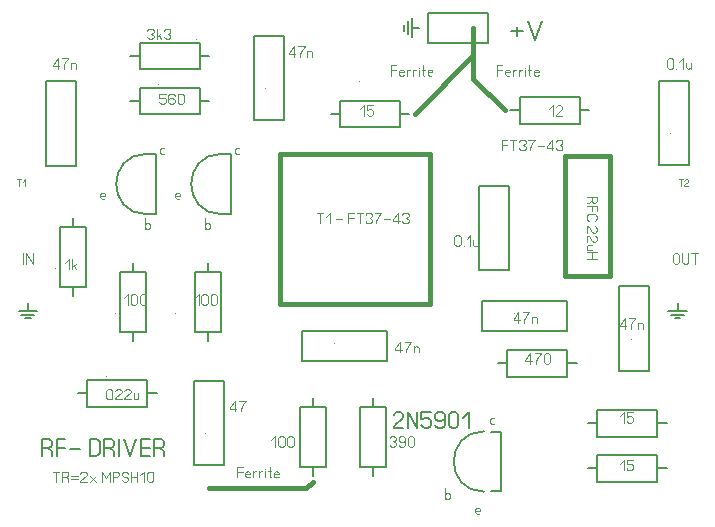
<source format=gbr>
%FSLAX34Y34*%
%MOMM*%
%LNSILK_TOP*%
G71*
G01*
%ADD10C,0.400*%
%ADD11C,0.150*%
%ADD12C,0.111*%
%ADD13C,0.200*%
%ADD14C,0.178*%
%ADD15C,0.167*%
%ADD16C,0.067*%
%LPD*%
G54D10*
X12700Y127000D02*
X139700Y127000D01*
X139700Y0D01*
X12700Y0D01*
X12700Y127000D01*
G54D11*
X-100900Y126800D02*
X-92900Y126800D01*
X-92900Y76075D01*
X-100900Y76075D01*
G54D11*
G75*
G01X-100861Y126931D02*
G03X-100861Y75931I0J-25500D01*
G01*
G54D11*
X-37400Y126800D02*
X-29400Y126800D01*
X-29400Y76075D01*
X-37400Y76075D01*
G54D11*
G75*
G01X-37361Y126931D02*
G03X-37361Y75931I0J-25500D01*
G01*
G54D12*
X-101600Y63500D02*
X-101600Y72389D01*
G54D12*
X-101600Y67056D02*
X-100933Y68167D01*
X-99600Y68500D01*
X-98267Y68167D01*
X-97600Y67056D01*
X-97600Y64833D01*
X-98267Y63722D01*
X-99600Y63500D01*
X-100933Y63722D01*
X-101600Y64833D01*
G54D11*
X-101225Y-23829D02*
X-123400Y-23829D01*
X-123400Y26871D01*
X-101225Y26871D01*
X-101225Y-23829D01*
G54D11*
X-112312Y-24029D02*
X-112312Y-31929D01*
G54D11*
X-112312Y26971D02*
X-112313Y34871D01*
G54D11*
X-37725Y-23829D02*
X-59900Y-23829D01*
X-59900Y26871D01*
X-37725Y26871D01*
X-37725Y-23829D01*
G54D11*
X-48812Y-24029D02*
X-48812Y-31929D01*
G54D11*
X-48812Y26971D02*
X-48813Y34871D01*
G54D12*
X-127000Y-8000D02*
X-127000Y-8000D01*
G54D12*
X-76200Y-8000D02*
X-76200Y-8000D01*
G54D12*
X46167Y68200D02*
X46167Y77089D01*
G54D12*
X43500Y77089D02*
X48833Y77089D01*
G54D12*
X51277Y73756D02*
X54610Y77089D01*
X54610Y68200D01*
G54D12*
X59631Y72089D02*
X64964Y72089D01*
G54D12*
X69985Y68200D02*
X69985Y77089D01*
X74652Y77089D01*
G54D12*
X69985Y72644D02*
X74652Y72644D01*
G54D12*
X79763Y68200D02*
X79763Y77089D01*
G54D12*
X77096Y77089D02*
X82429Y77089D01*
G54D12*
X84873Y75422D02*
X85540Y76533D01*
X86873Y77089D01*
X88206Y77089D01*
X89540Y76533D01*
X90206Y75422D01*
X90206Y74311D01*
X89540Y73200D01*
X88206Y72644D01*
X89540Y72089D01*
X90206Y70978D01*
X90206Y69867D01*
X89540Y68756D01*
X88206Y68200D01*
X86873Y68200D01*
X85540Y68756D01*
X84873Y69867D01*
G54D12*
X92650Y77089D02*
X97983Y77089D01*
X97317Y75978D01*
X95983Y74311D01*
X94650Y72089D01*
X93983Y70422D01*
X93983Y68200D01*
G54D12*
X100427Y72089D02*
X105760Y72089D01*
G54D12*
X112204Y68200D02*
X112204Y77089D01*
X108204Y71533D01*
X108204Y70422D01*
X113537Y70422D01*
G54D12*
X115981Y75422D02*
X116648Y76533D01*
X117981Y77089D01*
X119314Y77089D01*
X120648Y76533D01*
X121314Y75422D01*
X121314Y74311D01*
X120648Y73200D01*
X119314Y72644D01*
X120648Y72089D01*
X121314Y70978D01*
X121314Y69867D01*
X120648Y68756D01*
X119314Y68200D01*
X117981Y68200D01*
X116648Y68756D01*
X115981Y69867D01*
G54D12*
X-50800Y63500D02*
X-50800Y72389D01*
G54D12*
X-50800Y67056D02*
X-50133Y68167D01*
X-48800Y68500D01*
X-47467Y68167D01*
X-46800Y67056D01*
X-46800Y64833D01*
X-47467Y63722D01*
X-48800Y63500D01*
X-50133Y63722D01*
X-50800Y64833D01*
G54D11*
X191200Y-108150D02*
X199200Y-108150D01*
X199200Y-158875D01*
X191200Y-158875D01*
G54D11*
G75*
G01X184889Y-108019D02*
G03X184889Y-159019I0J-25500D01*
G01*
G54D12*
X-135700Y89456D02*
X-136767Y88900D01*
X-138100Y88900D01*
X-139433Y89456D01*
X-139700Y90567D01*
X-139700Y92456D01*
X-139033Y93567D01*
X-137700Y93900D01*
X-136367Y93567D01*
X-135700Y92789D01*
X-135700Y91678D01*
X-139700Y91678D01*
G54D12*
X-72200Y89456D02*
X-73267Y88900D01*
X-74600Y88900D01*
X-75933Y89456D01*
X-76200Y90567D01*
X-76200Y92456D01*
X-75533Y93567D01*
X-74200Y93900D01*
X-72867Y93567D01*
X-72200Y92789D01*
X-72200Y91678D01*
X-76200Y91678D01*
G54D11*
X-35386Y-65126D02*
X-60786Y-65126D01*
X-60786Y-136726D01*
X-35386Y-136726D01*
X-35386Y-65126D01*
G54D12*
X-50800Y-109600D02*
X-50800Y-109600D01*
G54D11*
X-150864Y-87002D02*
X-150864Y-64827D01*
X-100164Y-64827D01*
X-100164Y-87002D01*
X-150864Y-87002D01*
G54D11*
X-151064Y-75914D02*
X-158964Y-75914D01*
G54D11*
X-100064Y-75914D02*
X-92164Y-75914D01*
G54D12*
X-135035Y-61227D02*
X-135035Y-61227D01*
G54D11*
X-152025Y14271D02*
X-174200Y14271D01*
X-174200Y64971D01*
X-152025Y64971D01*
X-152025Y14271D01*
G54D11*
X-163112Y14071D02*
X-163112Y6171D01*
G54D11*
X-163112Y65071D02*
X-163113Y72971D01*
G54D12*
X-177800Y30100D02*
X-177800Y30100D01*
G54D11*
X-106414Y198748D02*
X-106414Y220923D01*
X-55714Y220923D01*
X-55714Y198748D01*
X-106414Y198748D01*
G54D11*
X-106614Y209836D02*
X-114514Y209836D01*
G54D11*
X-55614Y209836D02*
X-47714Y209836D01*
G54D12*
X-58835Y224523D02*
X-58835Y224523D01*
G54D11*
X-106414Y160648D02*
X-106414Y182823D01*
X-55714Y182823D01*
X-55714Y160648D01*
X-106414Y160648D01*
G54D11*
X-106614Y171736D02*
X-114514Y171736D01*
G54D11*
X-55614Y171736D02*
X-47714Y171736D01*
G54D12*
X-90585Y186423D02*
X-90585Y186423D01*
G54D11*
X15414Y226974D02*
X-9986Y226974D01*
X-9986Y155374D01*
X15414Y155374D01*
X15414Y226974D01*
G54D12*
X0Y182500D02*
X0Y182500D01*
G54D11*
X63176Y149808D02*
X63176Y171983D01*
X113876Y171983D01*
X113876Y149808D01*
X63176Y149808D01*
G54D11*
X62976Y160896D02*
X55076Y160896D01*
G54D11*
X113976Y160896D02*
X121876Y160896D01*
G54D12*
X79005Y188283D02*
X79005Y188283D01*
G54D11*
X205914Y99974D02*
X180514Y99974D01*
X180514Y28374D01*
X205914Y28374D01*
X205914Y99974D01*
G54D11*
X102787Y-48260D02*
X102787Y-22859D01*
X31186Y-22860D01*
X31187Y-48260D01*
X102787Y-48260D01*
G54D12*
X58313Y-32846D02*
X58313Y-32846D01*
G54D11*
X280936Y-112402D02*
X280936Y-90226D01*
X331636Y-90226D01*
X331636Y-112402D01*
X280936Y-112402D01*
G54D11*
X280736Y-101314D02*
X272836Y-101314D01*
G54D11*
X331736Y-101314D02*
X339636Y-101314D01*
G54D11*
X101975Y-138129D02*
X79800Y-138129D01*
X79800Y-87429D01*
X101975Y-87429D01*
X101975Y-138129D01*
G54D11*
X90888Y-138329D02*
X90888Y-146229D01*
G54D11*
X90888Y-87329D02*
X90887Y-79429D01*
G54D11*
X51175Y-138129D02*
X29000Y-138129D01*
X29000Y-87429D01*
X51175Y-87429D01*
X51175Y-138129D01*
G54D11*
X40088Y-138329D02*
X40088Y-146229D01*
G54D11*
X40088Y-87329D02*
X40087Y-79429D01*
G54D11*
X204736Y-61602D02*
X204736Y-39427D01*
X255436Y-39426D01*
X255436Y-61602D01*
X204736Y-61602D01*
G54D11*
X204536Y-50514D02*
X196636Y-50514D01*
G54D11*
X255536Y-50514D02*
X263436Y-50514D01*
G54D11*
X280936Y-150502D02*
X280936Y-128326D01*
X331636Y-128326D01*
X331636Y-150502D01*
X280936Y-150502D01*
G54D11*
X280736Y-139414D02*
X272836Y-139414D01*
G54D11*
X331736Y-139414D02*
X339636Y-139414D01*
G54D11*
X255186Y-22860D02*
X255187Y2541D01*
X183586Y2540D01*
X183587Y-22860D01*
X255186Y-22860D01*
G54D12*
X210713Y-7446D02*
X210713Y-7446D01*
G54D11*
X358314Y188874D02*
X332914Y188874D01*
X332914Y117274D01*
X358314Y117274D01*
X358314Y188874D01*
G54D12*
X342900Y144400D02*
X342900Y144400D01*
G54D10*
X254000Y125350D02*
X292100Y125350D01*
X292100Y23750D01*
X254000Y23750D01*
X254000Y125350D01*
G54D11*
X215268Y152637D02*
X215268Y174812D01*
X265968Y174812D01*
X265968Y152637D01*
X215268Y152637D01*
G54D11*
X215068Y163724D02*
X207168Y163724D01*
G54D11*
X266068Y163725D02*
X273968Y163725D01*
G54D11*
X-160486Y188374D02*
X-185886Y188374D01*
X-185886Y116774D01*
X-160486Y116774D01*
X-160486Y188374D01*
G54D13*
X208300Y230714D02*
X217900Y230714D01*
G54D13*
X213100Y234714D02*
X213100Y226714D01*
G54D13*
X222300Y239714D02*
X228300Y223714D01*
X234300Y239714D01*
G54D11*
X137704Y220488D02*
X137704Y245888D01*
X188504Y245888D01*
X188504Y220488D01*
X137704Y220488D01*
G54D13*
X130371Y233717D02*
X124020Y233717D01*
G54D13*
X124020Y225780D02*
X124021Y241655D01*
G54D13*
X120846Y239273D02*
X120846Y228161D01*
G54D13*
X117671Y231336D02*
X117671Y236098D01*
G54D14*
X-185001Y-121884D02*
X-181801Y-123662D01*
X-180734Y-125440D01*
X-180734Y-128995D01*
G54D14*
X-189268Y-128995D02*
X-189268Y-114773D01*
X-183934Y-114773D01*
X-181801Y-115662D01*
X-180734Y-117440D01*
X-180734Y-119218D01*
X-181801Y-120995D01*
X-183934Y-121884D01*
X-189268Y-121884D01*
G54D14*
X-176824Y-128995D02*
X-176824Y-114773D01*
X-169357Y-114773D01*
G54D14*
X-176824Y-121884D02*
X-169357Y-121884D01*
G54D14*
X-165446Y-122773D02*
X-156912Y-122773D01*
G54D14*
X-148878Y-128995D02*
X-148878Y-114773D01*
X-143544Y-114773D01*
X-141411Y-115662D01*
X-140344Y-117440D01*
X-140344Y-126329D01*
X-141411Y-128106D01*
X-143544Y-128995D01*
X-148878Y-128995D01*
G54D14*
X-132167Y-121884D02*
X-128967Y-123662D01*
X-127900Y-125440D01*
X-127900Y-128995D01*
G54D14*
X-136434Y-128995D02*
X-136434Y-114773D01*
X-131100Y-114773D01*
X-128967Y-115662D01*
X-127900Y-117440D01*
X-127900Y-119218D01*
X-128967Y-120995D01*
X-131100Y-121884D01*
X-136434Y-121884D01*
G54D14*
X-123990Y-128995D02*
X-123990Y-114773D01*
G54D14*
X-120079Y-114773D02*
X-114745Y-128995D01*
X-109412Y-114773D01*
G54D14*
X-98034Y-128995D02*
X-105501Y-128995D01*
X-105501Y-114773D01*
X-98034Y-114773D01*
G54D14*
X-105501Y-121884D02*
X-98034Y-121884D01*
G54D14*
X-89856Y-121884D02*
X-86656Y-123662D01*
X-85589Y-125440D01*
X-85589Y-128995D01*
G54D14*
X-94123Y-128995D02*
X-94123Y-114773D01*
X-88789Y-114773D01*
X-86656Y-115662D01*
X-85589Y-117440D01*
X-85589Y-119218D01*
X-86656Y-120995D01*
X-88789Y-121884D01*
X-94123Y-121884D01*
G54D15*
X116750Y-104850D02*
X108750Y-104850D01*
X108750Y-104017D01*
X109750Y-102350D01*
X115750Y-97350D01*
X116750Y-95683D01*
X116750Y-94017D01*
X115750Y-92350D01*
X113750Y-91517D01*
X111750Y-91517D01*
X109750Y-92350D01*
X108750Y-94017D01*
G54D15*
X120417Y-104850D02*
X120417Y-91517D01*
X128417Y-104850D01*
X128417Y-91517D01*
G54D15*
X140084Y-91517D02*
X132084Y-91517D01*
X132084Y-97350D01*
X133084Y-97350D01*
X135084Y-96517D01*
X137084Y-96517D01*
X139084Y-97350D01*
X140084Y-99017D01*
X140084Y-102350D01*
X139084Y-104017D01*
X137084Y-104850D01*
X135084Y-104850D01*
X133084Y-104017D01*
X132084Y-102350D01*
G54D15*
X143751Y-102350D02*
X144751Y-104017D01*
X146751Y-104850D01*
X148751Y-104850D01*
X150751Y-104017D01*
X151751Y-102350D01*
X151751Y-98183D01*
X151751Y-97350D01*
X148751Y-99017D01*
X146751Y-99017D01*
X144751Y-98183D01*
X143751Y-96517D01*
X143751Y-94017D01*
X144751Y-92350D01*
X146751Y-91517D01*
X148751Y-91517D01*
X150751Y-92350D01*
X151751Y-94017D01*
X151751Y-98183D01*
G54D15*
X163418Y-94017D02*
X163418Y-102350D01*
X162418Y-104017D01*
X160418Y-104850D01*
X158418Y-104850D01*
X156418Y-104017D01*
X155418Y-102350D01*
X155418Y-94017D01*
X156418Y-92350D01*
X158418Y-91517D01*
X160418Y-91517D01*
X162418Y-92350D01*
X163418Y-94017D01*
G54D15*
X167085Y-96517D02*
X172085Y-91517D01*
X172085Y-104850D01*
G54D12*
X181800Y-177244D02*
X180733Y-177800D01*
X179400Y-177800D01*
X178067Y-177244D01*
X177800Y-176133D01*
X177800Y-174244D01*
X178467Y-173133D01*
X179800Y-172800D01*
X181133Y-173133D01*
X181800Y-173911D01*
X181800Y-175022D01*
X177800Y-175022D01*
G54D12*
X152400Y-165100D02*
X152400Y-156211D01*
G54D12*
X152400Y-161544D02*
X153067Y-160433D01*
X154400Y-160100D01*
X155733Y-160433D01*
X156400Y-161544D01*
X156400Y-163767D01*
X155733Y-164878D01*
X154400Y-165100D01*
X153067Y-164878D01*
X152400Y-163767D01*
G54D12*
X193833Y-96933D02*
X192500Y-96600D01*
X191167Y-96933D01*
X190500Y-98044D01*
X190500Y-100267D01*
X191167Y-101378D01*
X192500Y-101600D01*
X193833Y-101378D01*
G54D12*
X-22067Y131667D02*
X-23400Y132000D01*
X-24733Y131667D01*
X-25400Y130556D01*
X-25400Y128333D01*
X-24733Y127222D01*
X-23400Y127000D01*
X-22067Y127222D01*
G54D12*
X-85567Y131667D02*
X-86900Y132000D01*
X-88233Y131667D01*
X-88900Y130556D01*
X-88900Y128333D01*
X-88233Y127222D01*
X-86900Y127000D01*
X-85567Y127222D01*
G54D10*
X175975Y233175D02*
X175975Y210249D01*
X126630Y160904D01*
G54D10*
X175975Y233175D02*
X175975Y190280D01*
X202472Y163783D01*
G54D12*
X195975Y193175D02*
X195975Y202064D01*
X200642Y202064D01*
G54D12*
X195975Y197619D02*
X200642Y197619D01*
G54D12*
X207086Y193731D02*
X206019Y193175D01*
X204686Y193175D01*
X203353Y193731D01*
X203086Y194842D01*
X203086Y196731D01*
X203753Y197842D01*
X205086Y198175D01*
X206419Y197842D01*
X207086Y197064D01*
X207086Y195953D01*
X203086Y195953D01*
G54D12*
X209530Y193175D02*
X209530Y198175D01*
G54D12*
X209530Y197064D02*
X210863Y198175D01*
X212197Y198175D01*
G54D12*
X214641Y193175D02*
X214641Y198175D01*
G54D12*
X214641Y197064D02*
X215974Y198175D01*
X217308Y198175D01*
G54D12*
X219752Y193175D02*
X219752Y198175D01*
G54D12*
X219752Y199842D02*
X219752Y199842D01*
G54D12*
X223529Y202064D02*
X223529Y193731D01*
X224196Y193175D01*
X224863Y193397D01*
G54D12*
X222196Y198175D02*
X224863Y198175D01*
G54D12*
X231307Y193731D02*
X230240Y193175D01*
X228907Y193175D01*
X227574Y193731D01*
X227307Y194842D01*
X227307Y196731D01*
X227974Y197842D01*
X229307Y198175D01*
X230640Y197842D01*
X231307Y197064D01*
X231307Y195953D01*
X227307Y195953D01*
G54D12*
X105975Y193175D02*
X105975Y202064D01*
X110642Y202064D01*
G54D12*
X105975Y197619D02*
X110642Y197619D01*
G54D12*
X117086Y193731D02*
X116019Y193175D01*
X114686Y193175D01*
X113353Y193731D01*
X113086Y194842D01*
X113086Y196731D01*
X113753Y197842D01*
X115086Y198175D01*
X116419Y197842D01*
X117086Y197064D01*
X117086Y195953D01*
X113086Y195953D01*
G54D12*
X119530Y193175D02*
X119530Y198175D01*
G54D12*
X119530Y197064D02*
X120863Y198175D01*
X122197Y198175D01*
G54D12*
X124641Y193175D02*
X124641Y198175D01*
G54D12*
X124641Y197064D02*
X125974Y198175D01*
X127308Y198175D01*
G54D12*
X129752Y193175D02*
X129752Y198175D01*
G54D12*
X129752Y199842D02*
X129752Y199842D01*
G54D12*
X133529Y202064D02*
X133529Y193731D01*
X134196Y193175D01*
X134863Y193397D01*
G54D12*
X132196Y198175D02*
X134863Y198175D01*
G54D12*
X141307Y193731D02*
X140240Y193175D01*
X138907Y193175D01*
X137574Y193731D01*
X137307Y194842D01*
X137307Y196731D01*
X137974Y197842D01*
X139307Y198175D01*
X140640Y197842D01*
X141307Y197064D01*
X141307Y195953D01*
X137307Y195953D01*
G54D10*
X-48107Y-156322D02*
X34632Y-156322D01*
X40029Y-150925D01*
G54D12*
X-24025Y-146825D02*
X-24025Y-137936D01*
X-19358Y-137936D01*
G54D12*
X-24025Y-142381D02*
X-19358Y-142381D01*
G54D12*
X-12914Y-146269D02*
X-13981Y-146825D01*
X-15314Y-146825D01*
X-16647Y-146269D01*
X-16914Y-145158D01*
X-16914Y-143269D01*
X-16247Y-142158D01*
X-14914Y-141825D01*
X-13581Y-142158D01*
X-12914Y-142936D01*
X-12914Y-144047D01*
X-16914Y-144047D01*
G54D12*
X-10470Y-146825D02*
X-10470Y-141825D01*
G54D12*
X-10470Y-142936D02*
X-9137Y-141825D01*
X-7803Y-141825D01*
G54D12*
X-5359Y-146825D02*
X-5359Y-141825D01*
G54D12*
X-5359Y-142936D02*
X-4026Y-141825D01*
X-2692Y-141825D01*
G54D12*
X-248Y-146825D02*
X-248Y-141825D01*
G54D12*
X-248Y-140158D02*
X-248Y-140158D01*
G54D12*
X3529Y-137936D02*
X3529Y-146269D01*
X4196Y-146825D01*
X4863Y-146603D01*
G54D12*
X2196Y-141825D02*
X4863Y-141825D01*
G54D12*
X11307Y-146269D02*
X10240Y-146825D01*
X8907Y-146825D01*
X7574Y-146269D01*
X7307Y-145158D01*
X7307Y-143269D01*
X7974Y-142158D01*
X9307Y-141825D01*
X10640Y-142158D01*
X11307Y-142936D01*
X11307Y-144047D01*
X7307Y-144047D01*
G54D11*
X324614Y14874D02*
X299214Y14874D01*
X299214Y-56726D01*
X324614Y-56726D01*
X324614Y14874D01*
G54D12*
X309200Y-29600D02*
X309200Y-29600D01*
G54D12*
X-204971Y34075D02*
X-204971Y42964D01*
G54D12*
X-202527Y34075D02*
X-202527Y42964D01*
X-197194Y34075D01*
X-197194Y42964D01*
G54D12*
X350362Y41297D02*
X350362Y35742D01*
X349696Y34631D01*
X348362Y34075D01*
X347029Y34075D01*
X345696Y34631D01*
X345029Y35742D01*
X345029Y41297D01*
X345696Y42408D01*
X347029Y42964D01*
X348362Y42964D01*
X349696Y42408D01*
X350362Y41297D01*
G54D12*
X352806Y42964D02*
X352806Y35742D01*
X353473Y34631D01*
X354806Y34075D01*
X356139Y34075D01*
X357473Y34631D01*
X358139Y35742D01*
X358139Y42964D01*
G54D12*
X363250Y34075D02*
X363250Y42964D01*
G54D12*
X360583Y42964D02*
X365916Y42964D01*
G54D12*
X300029Y-95369D02*
X303362Y-92036D01*
X303362Y-100925D01*
G54D12*
X311139Y-92036D02*
X305806Y-92036D01*
X305806Y-95925D01*
X306473Y-95925D01*
X307806Y-95369D01*
X309139Y-95369D01*
X310473Y-95925D01*
X311139Y-97036D01*
X311139Y-99258D01*
X310473Y-100369D01*
X309139Y-100925D01*
X307806Y-100925D01*
X306473Y-100369D01*
X305806Y-99258D01*
G54D12*
X300029Y-135369D02*
X303362Y-132036D01*
X303362Y-140925D01*
G54D12*
X311139Y-132036D02*
X305806Y-132036D01*
X305806Y-135925D01*
X306473Y-135925D01*
X307806Y-135369D01*
X309139Y-135369D01*
X310473Y-135925D01*
X311139Y-137036D01*
X311139Y-139258D01*
X310473Y-140369D01*
X309139Y-140925D01*
X307806Y-140925D01*
X306473Y-140369D01*
X305806Y-139258D01*
G54D12*
X304029Y-20925D02*
X304029Y-12036D01*
X300029Y-17592D01*
X300029Y-18703D01*
X305362Y-18703D01*
G54D12*
X307806Y-12036D02*
X313139Y-12036D01*
X312473Y-13147D01*
X311139Y-14814D01*
X309806Y-17036D01*
X309139Y-18703D01*
X309139Y-20925D01*
G54D12*
X315583Y-20925D02*
X315583Y-15925D01*
G54D12*
X315583Y-17036D02*
X316250Y-16258D01*
X317583Y-15925D01*
X318916Y-16258D01*
X319583Y-17036D01*
X319583Y-20925D01*
G54D12*
X345362Y206297D02*
X345362Y200742D01*
X344696Y199631D01*
X343362Y199075D01*
X342029Y199075D01*
X340696Y199631D01*
X340029Y200742D01*
X340029Y206297D01*
X340696Y207408D01*
X342029Y207964D01*
X343362Y207964D01*
X344696Y207408D01*
X345362Y206297D01*
G54D12*
X347806Y199075D02*
X347806Y199075D01*
G54D12*
X350250Y204631D02*
X353583Y207964D01*
X353583Y199075D01*
G54D12*
X360027Y204075D02*
X360027Y199075D01*
G54D12*
X360027Y200186D02*
X359360Y199297D01*
X358027Y199075D01*
X356694Y199297D01*
X356027Y200186D01*
X356027Y204075D01*
G54D12*
X240029Y164631D02*
X243362Y167964D01*
X243362Y159075D01*
G54D12*
X251139Y159075D02*
X245806Y159075D01*
X245806Y159631D01*
X246473Y160742D01*
X250473Y164075D01*
X251139Y165186D01*
X251139Y166297D01*
X250473Y167408D01*
X249139Y167964D01*
X247806Y167964D01*
X246473Y167408D01*
X245806Y166297D01*
G54D12*
X80029Y164631D02*
X83362Y167964D01*
X83362Y159075D01*
G54D12*
X91139Y167964D02*
X85806Y167964D01*
X85806Y164075D01*
X86473Y164075D01*
X87806Y164631D01*
X89139Y164631D01*
X90473Y164075D01*
X91139Y162964D01*
X91139Y160742D01*
X90473Y159631D01*
X89139Y159075D01*
X87806Y159075D01*
X86473Y159631D01*
X85806Y160742D01*
G54D12*
X165362Y56297D02*
X165362Y50742D01*
X164696Y49631D01*
X163362Y49075D01*
X162029Y49075D01*
X160696Y49631D01*
X160029Y50742D01*
X160029Y56297D01*
X160696Y57408D01*
X162029Y57964D01*
X163362Y57964D01*
X164696Y57408D01*
X165362Y56297D01*
G54D12*
X167806Y49075D02*
X167806Y49075D01*
G54D12*
X170250Y54631D02*
X173583Y57964D01*
X173583Y49075D01*
G54D12*
X180027Y54075D02*
X180027Y49075D01*
G54D12*
X180027Y50186D02*
X179360Y49297D01*
X178027Y49075D01*
X176694Y49297D01*
X176027Y50186D01*
X176027Y54075D01*
G54D12*
X114029Y-40925D02*
X114029Y-32036D01*
X110029Y-37592D01*
X110029Y-38703D01*
X115362Y-38703D01*
G54D12*
X117806Y-32036D02*
X123139Y-32036D01*
X122473Y-33147D01*
X121139Y-34814D01*
X119806Y-37036D01*
X119139Y-38703D01*
X119139Y-40925D01*
G54D12*
X125583Y-40925D02*
X125583Y-35925D01*
G54D12*
X125583Y-37036D02*
X126250Y-36258D01*
X127583Y-35925D01*
X128916Y-36258D01*
X129583Y-37036D01*
X129583Y-40925D01*
G54D12*
X5029Y-115369D02*
X8362Y-112036D01*
X8362Y-120925D01*
G54D12*
X16139Y-113703D02*
X16139Y-119258D01*
X15473Y-120369D01*
X14139Y-120925D01*
X12806Y-120925D01*
X11473Y-120369D01*
X10806Y-119258D01*
X10806Y-113703D01*
X11473Y-112592D01*
X12806Y-112036D01*
X14139Y-112036D01*
X15473Y-112592D01*
X16139Y-113703D01*
G54D12*
X23916Y-113703D02*
X23916Y-119258D01*
X23250Y-120369D01*
X21916Y-120925D01*
X20583Y-120925D01*
X19250Y-120369D01*
X18583Y-119258D01*
X18583Y-113703D01*
X19250Y-112592D01*
X20583Y-112036D01*
X21916Y-112036D01*
X23250Y-112592D01*
X23916Y-113703D01*
G54D12*
X105029Y-113703D02*
X105696Y-112592D01*
X107029Y-112036D01*
X108362Y-112036D01*
X109696Y-112592D01*
X110362Y-113703D01*
X110362Y-114814D01*
X109696Y-115925D01*
X108362Y-116481D01*
X109696Y-117036D01*
X110362Y-118147D01*
X110362Y-119258D01*
X109696Y-120369D01*
X108362Y-120925D01*
X107029Y-120925D01*
X105696Y-120369D01*
X105029Y-119258D01*
G54D12*
X112806Y-119258D02*
X113473Y-120369D01*
X114806Y-120925D01*
X116139Y-120925D01*
X117473Y-120369D01*
X118139Y-119258D01*
X118139Y-116481D01*
X118139Y-115925D01*
X116139Y-117036D01*
X114806Y-117036D01*
X113473Y-116481D01*
X112806Y-115369D01*
X112806Y-113703D01*
X113473Y-112592D01*
X114806Y-112036D01*
X116139Y-112036D01*
X117473Y-112592D01*
X118139Y-113703D01*
X118139Y-116481D01*
G54D12*
X125916Y-113703D02*
X125916Y-119258D01*
X125250Y-120369D01*
X123916Y-120925D01*
X122583Y-120925D01*
X121250Y-120369D01*
X120583Y-119258D01*
X120583Y-113703D01*
X121250Y-112592D01*
X122583Y-112036D01*
X123916Y-112036D01*
X125250Y-112592D01*
X125916Y-113703D01*
G54D12*
X214029Y-15925D02*
X214029Y-7036D01*
X210029Y-12592D01*
X210029Y-13703D01*
X215362Y-13703D01*
G54D12*
X217806Y-7036D02*
X223139Y-7036D01*
X222473Y-8147D01*
X221139Y-9814D01*
X219806Y-12036D01*
X219139Y-13703D01*
X219139Y-15925D01*
G54D12*
X225583Y-15925D02*
X225583Y-10925D01*
G54D12*
X225583Y-12036D02*
X226250Y-11258D01*
X227583Y-10925D01*
X228916Y-11258D01*
X229583Y-12036D01*
X229583Y-15925D01*
G54D12*
X224029Y-50925D02*
X224029Y-42036D01*
X220029Y-47592D01*
X220029Y-48703D01*
X225362Y-48703D01*
G54D12*
X227806Y-42036D02*
X233139Y-42036D01*
X232473Y-43147D01*
X231139Y-44814D01*
X229806Y-47036D01*
X229139Y-48703D01*
X229139Y-50925D01*
G54D12*
X240916Y-43703D02*
X240916Y-49258D01*
X240250Y-50369D01*
X238916Y-50925D01*
X237583Y-50925D01*
X236250Y-50369D01*
X235583Y-49258D01*
X235583Y-43703D01*
X236250Y-42592D01*
X237583Y-42036D01*
X238916Y-42036D01*
X240250Y-42592D01*
X240916Y-43703D01*
G54D12*
X-175971Y199075D02*
X-175971Y207964D01*
X-179971Y202408D01*
X-179971Y201297D01*
X-174638Y201297D01*
G54D12*
X-172194Y207964D02*
X-166861Y207964D01*
X-167527Y206853D01*
X-168861Y205186D01*
X-170194Y202964D01*
X-170861Y201297D01*
X-170861Y199075D01*
G54D12*
X-164417Y199075D02*
X-164417Y204075D01*
G54D12*
X-164417Y202964D02*
X-163750Y203742D01*
X-162417Y204075D01*
X-161084Y203742D01*
X-160417Y202964D01*
X-160417Y199075D01*
G54D12*
X-169971Y34631D02*
X-166638Y37964D01*
X-166638Y29075D01*
G54D12*
X-164194Y29075D02*
X-164194Y37964D01*
G54D12*
X-162194Y32408D02*
X-160194Y29075D01*
G54D12*
X-164194Y31297D02*
X-160194Y34075D01*
G54D12*
X-84638Y177964D02*
X-89971Y177964D01*
X-89971Y174075D01*
X-89304Y174075D01*
X-87971Y174631D01*
X-86638Y174631D01*
X-85304Y174075D01*
X-84638Y172964D01*
X-84638Y170742D01*
X-85304Y169631D01*
X-86638Y169075D01*
X-87971Y169075D01*
X-89304Y169631D01*
X-89971Y170742D01*
G54D12*
X-76861Y176297D02*
X-77527Y177408D01*
X-78861Y177964D01*
X-80194Y177964D01*
X-81527Y177408D01*
X-82194Y176297D01*
X-82194Y173519D01*
X-82194Y172964D01*
X-80194Y174075D01*
X-78861Y174075D01*
X-77527Y173519D01*
X-76861Y172408D01*
X-76861Y170742D01*
X-77527Y169631D01*
X-78861Y169075D01*
X-80194Y169075D01*
X-81527Y169631D01*
X-82194Y170742D01*
X-82194Y173519D01*
G54D12*
X-69084Y176297D02*
X-69084Y170742D01*
X-69750Y169631D01*
X-71084Y169075D01*
X-72417Y169075D01*
X-73750Y169631D01*
X-74417Y170742D01*
X-74417Y176297D01*
X-73750Y177408D01*
X-72417Y177964D01*
X-71084Y177964D01*
X-69750Y177408D01*
X-69084Y176297D01*
G54D12*
X-99971Y231297D02*
X-99304Y232408D01*
X-97971Y232964D01*
X-96638Y232964D01*
X-95304Y232408D01*
X-94638Y231297D01*
X-94638Y230186D01*
X-95304Y229075D01*
X-96638Y228519D01*
X-95304Y227964D01*
X-94638Y226853D01*
X-94638Y225742D01*
X-95304Y224631D01*
X-96638Y224075D01*
X-97971Y224075D01*
X-99304Y224631D01*
X-99971Y225742D01*
G54D12*
X-92194Y224075D02*
X-92194Y232964D01*
G54D12*
X-90194Y227408D02*
X-88194Y224075D01*
G54D12*
X-92194Y226297D02*
X-88194Y229075D01*
G54D12*
X-85750Y231297D02*
X-85083Y232408D01*
X-83750Y232964D01*
X-82417Y232964D01*
X-81083Y232408D01*
X-80417Y231297D01*
X-80417Y230186D01*
X-81083Y229075D01*
X-82417Y228519D01*
X-81083Y227964D01*
X-80417Y226853D01*
X-80417Y225742D01*
X-81083Y224631D01*
X-82417Y224075D01*
X-83750Y224075D01*
X-85083Y224631D01*
X-85750Y225742D01*
G54D12*
X24029Y209075D02*
X24029Y217964D01*
X20029Y212408D01*
X20029Y211297D01*
X25362Y211297D01*
G54D12*
X27806Y217964D02*
X33139Y217964D01*
X32473Y216853D01*
X31139Y215186D01*
X29806Y212964D01*
X29139Y211297D01*
X29139Y209075D01*
G54D12*
X35583Y209075D02*
X35583Y214075D01*
G54D12*
X35583Y212964D02*
X36250Y213742D01*
X37583Y214075D01*
X38916Y213742D01*
X39583Y212964D01*
X39583Y209075D01*
G54D12*
X-129638Y-73703D02*
X-129638Y-79258D01*
X-130304Y-80369D01*
X-131638Y-80925D01*
X-132971Y-80925D01*
X-134304Y-80369D01*
X-134971Y-79258D01*
X-134971Y-73703D01*
X-134304Y-72592D01*
X-132971Y-72036D01*
X-131638Y-72036D01*
X-130304Y-72592D01*
X-129638Y-73703D01*
G54D12*
X-121861Y-80925D02*
X-127194Y-80925D01*
X-127194Y-80369D01*
X-126527Y-79258D01*
X-122527Y-75925D01*
X-121861Y-74814D01*
X-121861Y-73703D01*
X-122527Y-72592D01*
X-123861Y-72036D01*
X-125194Y-72036D01*
X-126527Y-72592D01*
X-127194Y-73703D01*
G54D12*
X-114084Y-80925D02*
X-119417Y-80925D01*
X-119417Y-80369D01*
X-118750Y-79258D01*
X-114750Y-75925D01*
X-114084Y-74814D01*
X-114084Y-73703D01*
X-114750Y-72592D01*
X-116084Y-72036D01*
X-117417Y-72036D01*
X-118750Y-72592D01*
X-119417Y-73703D01*
G54D12*
X-107640Y-75925D02*
X-107640Y-80925D01*
G54D12*
X-107640Y-79814D02*
X-108307Y-80703D01*
X-109640Y-80925D01*
X-110973Y-80703D01*
X-111640Y-79814D01*
X-111640Y-75925D01*
G54D12*
X-25971Y-90925D02*
X-25971Y-82036D01*
X-29971Y-87592D01*
X-29971Y-88703D01*
X-24638Y-88703D01*
G54D12*
X-22194Y-82036D02*
X-16861Y-82036D01*
X-17527Y-83147D01*
X-18861Y-84814D01*
X-20194Y-87036D01*
X-20861Y-88703D01*
X-20861Y-90925D01*
G54D12*
X-119971Y4631D02*
X-116638Y7964D01*
X-116638Y-925D01*
G54D12*
X-108861Y6297D02*
X-108861Y742D01*
X-109527Y-369D01*
X-110861Y-925D01*
X-112194Y-925D01*
X-113527Y-369D01*
X-114194Y742D01*
X-114194Y6297D01*
X-113527Y7408D01*
X-112194Y7964D01*
X-110861Y7964D01*
X-109527Y7408D01*
X-108861Y6297D01*
G54D12*
X-101084Y6297D02*
X-101084Y742D01*
X-101750Y-369D01*
X-103084Y-925D01*
X-104417Y-925D01*
X-105750Y-369D01*
X-106417Y742D01*
X-106417Y6297D01*
X-105750Y7408D01*
X-104417Y7964D01*
X-103084Y7964D01*
X-101750Y7408D01*
X-101084Y6297D01*
G54D12*
X-59971Y4631D02*
X-56638Y7964D01*
X-56638Y-925D01*
G54D12*
X-48861Y6297D02*
X-48861Y742D01*
X-49527Y-369D01*
X-50861Y-925D01*
X-52194Y-925D01*
X-53527Y-369D01*
X-54194Y742D01*
X-54194Y6297D01*
X-53527Y7408D01*
X-52194Y7964D01*
X-50861Y7964D01*
X-49527Y7408D01*
X-48861Y6297D01*
G54D12*
X-41084Y6297D02*
X-41084Y742D01*
X-41750Y-369D01*
X-43084Y-925D01*
X-44417Y-925D01*
X-45750Y-369D01*
X-46417Y742D01*
X-46417Y6297D01*
X-45750Y7408D01*
X-44417Y7964D01*
X-43084Y7964D01*
X-41750Y7408D01*
X-41084Y6297D01*
G54D13*
X-201143Y368D02*
X-201143Y-5982D01*
G54D13*
X-193205Y-5982D02*
X-209080Y-5982D01*
G54D13*
X-206699Y-9157D02*
X-195587Y-9157D01*
G54D13*
X-198762Y-12332D02*
X-203524Y-12332D01*
G54D13*
X348857Y368D02*
X348857Y-5982D01*
G54D13*
X356794Y-5982D02*
X340920Y-5982D01*
G54D13*
X343301Y-9157D02*
X354413Y-9157D01*
G54D13*
X351238Y-12332D02*
X346476Y-12332D01*
G54D12*
X-177304Y-150925D02*
X-177304Y-142036D01*
G54D12*
X-179971Y-142036D02*
X-174638Y-142036D01*
G54D12*
X-169527Y-146481D02*
X-167527Y-147592D01*
X-166861Y-148703D01*
X-166861Y-150925D01*
G54D12*
X-172194Y-150925D02*
X-172194Y-142036D01*
X-168861Y-142036D01*
X-167527Y-142592D01*
X-166861Y-143703D01*
X-166861Y-144814D01*
X-167527Y-145925D01*
X-168861Y-146481D01*
X-172194Y-146481D01*
G54D12*
X-164417Y-145925D02*
X-159084Y-145925D01*
G54D12*
X-164417Y-148147D02*
X-159084Y-148147D01*
G54D12*
X-151307Y-150925D02*
X-156640Y-150925D01*
X-156640Y-150369D01*
X-155973Y-149258D01*
X-151973Y-145925D01*
X-151307Y-144814D01*
X-151307Y-143703D01*
X-151973Y-142592D01*
X-153307Y-142036D01*
X-154640Y-142036D01*
X-155973Y-142592D01*
X-156640Y-143703D01*
G54D12*
X-148863Y-145925D02*
X-143530Y-150925D01*
G54D12*
X-148863Y-150925D02*
X-143530Y-145925D01*
G54D12*
X-138509Y-150925D02*
X-138509Y-142036D01*
X-135176Y-147592D01*
X-131842Y-142036D01*
X-131842Y-150925D01*
G54D12*
X-129398Y-150925D02*
X-129398Y-142036D01*
X-126065Y-142036D01*
X-124731Y-142592D01*
X-124065Y-143703D01*
X-124065Y-144814D01*
X-124731Y-145925D01*
X-126065Y-146481D01*
X-129398Y-146481D01*
G54D12*
X-121621Y-149258D02*
X-120954Y-150369D01*
X-119621Y-150925D01*
X-118288Y-150925D01*
X-116954Y-150369D01*
X-116288Y-149258D01*
X-116288Y-148147D01*
X-116954Y-147036D01*
X-118288Y-146481D01*
X-119621Y-146481D01*
X-120954Y-145925D01*
X-121621Y-144814D01*
X-121621Y-143703D01*
X-120954Y-142592D01*
X-119621Y-142036D01*
X-118288Y-142036D01*
X-116954Y-142592D01*
X-116288Y-143703D01*
G54D12*
X-113844Y-150925D02*
X-113844Y-142036D01*
G54D12*
X-108511Y-150925D02*
X-108511Y-142036D01*
G54D12*
X-113844Y-146481D02*
X-108511Y-146481D01*
G54D12*
X-106067Y-145369D02*
X-102734Y-142036D01*
X-102734Y-150925D01*
G54D12*
X-94957Y-143703D02*
X-94957Y-149258D01*
X-95623Y-150369D01*
X-96957Y-150925D01*
X-98290Y-150925D01*
X-99623Y-150369D01*
X-100290Y-149258D01*
X-100290Y-143703D01*
X-99623Y-142592D01*
X-98290Y-142036D01*
X-96957Y-142036D01*
X-95623Y-142592D01*
X-94957Y-143703D01*
G54D12*
X276286Y88064D02*
X275175Y86064D01*
X274064Y85398D01*
X271842Y85398D01*
G54D12*
X271842Y90731D02*
X280731Y90731D01*
X280731Y87398D01*
X280175Y86064D01*
X279064Y85398D01*
X277953Y85398D01*
X276842Y86064D01*
X276286Y87398D01*
X276286Y90731D01*
G54D12*
X271842Y82954D02*
X280731Y82954D01*
X280731Y78287D01*
G54D12*
X276286Y82954D02*
X276286Y78287D01*
G54D12*
X273509Y70510D02*
X272398Y71176D01*
X271842Y72510D01*
X271842Y73843D01*
X272398Y75176D01*
X273509Y75843D01*
X279064Y75843D01*
X280175Y75176D01*
X280731Y73843D01*
X280731Y72510D01*
X280175Y71176D01*
X279064Y70510D01*
G54D12*
X271842Y60156D02*
X271842Y65489D01*
X272398Y65489D01*
X273509Y64822D01*
X276842Y60822D01*
X277953Y60156D01*
X279064Y60156D01*
X280175Y60822D01*
X280731Y62156D01*
X280731Y63489D01*
X280175Y64822D01*
X279064Y65489D01*
G54D12*
X271842Y52379D02*
X271842Y57712D01*
X272398Y57712D01*
X273509Y57045D01*
X276842Y53045D01*
X277953Y52379D01*
X279064Y52379D01*
X280175Y53045D01*
X280731Y54379D01*
X280731Y55712D01*
X280175Y57045D01*
X279064Y57712D01*
G54D12*
X276842Y45935D02*
X271842Y45935D01*
G54D12*
X272953Y45935D02*
X272064Y46602D01*
X271842Y47935D01*
X272064Y49268D01*
X272953Y49935D01*
X276842Y49935D01*
G54D12*
X271842Y43491D02*
X280731Y43491D01*
G54D12*
X271842Y38158D02*
X280731Y38158D01*
G54D12*
X276286Y43491D02*
X276286Y38158D01*
G54D12*
X200000Y130000D02*
X200000Y138889D01*
X204667Y138889D01*
G54D12*
X200000Y134444D02*
X204667Y134444D01*
G54D12*
X209778Y130000D02*
X209778Y138889D01*
G54D12*
X207111Y138889D02*
X212444Y138889D01*
G54D12*
X214888Y137222D02*
X215555Y138333D01*
X216888Y138889D01*
X218221Y138889D01*
X219555Y138333D01*
X220221Y137222D01*
X220221Y136111D01*
X219555Y135000D01*
X218221Y134444D01*
X219555Y133889D01*
X220221Y132778D01*
X220221Y131667D01*
X219555Y130556D01*
X218221Y130000D01*
X216888Y130000D01*
X215555Y130556D01*
X214888Y131667D01*
G54D12*
X222665Y138889D02*
X227998Y138889D01*
X227332Y137778D01*
X225998Y136111D01*
X224665Y133889D01*
X223998Y132222D01*
X223998Y130000D01*
G54D12*
X230442Y133889D02*
X235775Y133889D01*
G54D12*
X242219Y130000D02*
X242219Y138889D01*
X238219Y133333D01*
X238219Y132222D01*
X243552Y132222D01*
G54D12*
X245996Y137222D02*
X246663Y138333D01*
X247996Y138889D01*
X249329Y138889D01*
X250663Y138333D01*
X251329Y137222D01*
X251329Y136111D01*
X250663Y135000D01*
X249329Y134444D01*
X250663Y133889D01*
X251329Y132778D01*
X251329Y131667D01*
X250663Y130556D01*
X249329Y130000D01*
X247996Y130000D01*
X246663Y130556D01*
X245996Y131667D01*
G54D16*
X-208400Y100000D02*
X-208400Y105333D01*
G54D16*
X-210000Y105333D02*
X-206800Y105333D01*
G54D16*
X-205333Y103333D02*
X-203333Y105333D01*
X-203333Y100000D01*
G54D16*
X351600Y100000D02*
X351600Y105333D01*
G54D16*
X350000Y105333D02*
X353200Y105333D01*
G54D16*
X357867Y100000D02*
X354667Y100000D01*
X354667Y100333D01*
X355067Y101000D01*
X357467Y103000D01*
X357867Y103667D01*
X357867Y104333D01*
X357467Y105000D01*
X356667Y105333D01*
X355867Y105333D01*
X355067Y105000D01*
X354667Y104333D01*
M02*

</source>
